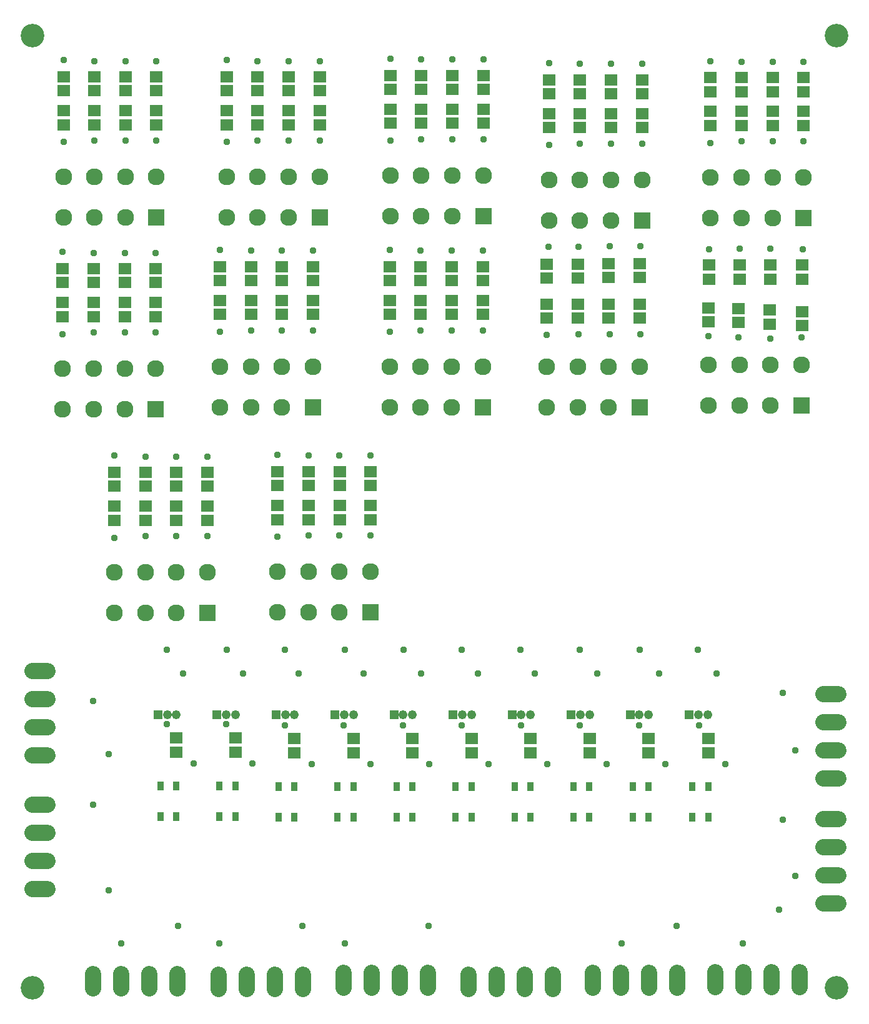
<source format=gbr>
G04 EAGLE Gerber RS-274X export*
G75*
%MOMM*%
%FSLAX34Y34*%
%LPD*%
%INSoldermask Top*%
%IPPOS*%
%AMOC8*
5,1,8,0,0,1.08239X$1,22.5*%
G01*
%ADD10C,3.203200*%
%ADD11R,1.703200X1.503200*%
%ADD12R,2.298700X2.298700*%
%ADD13C,2.298700*%
%ADD14R,1.219200X1.219200*%
%ADD15C,1.219200*%
%ADD16C,2.203200*%
%ADD17R,0.863600X1.244600*%
%ADD18C,0.959600*%


D10*
X30000Y30000D03*
X1120000Y30000D03*
X1120000Y1320000D03*
X30000Y1320000D03*
D11*
X155100Y958500D03*
X155100Y939500D03*
X155100Y985500D03*
X155100Y1004500D03*
D12*
X197000Y814000D03*
D13*
X155000Y814000D03*
X113000Y814000D03*
X71000Y814000D03*
X197000Y869000D03*
X155000Y869000D03*
X113000Y869000D03*
X71000Y869000D03*
D11*
X113000Y985500D03*
X113000Y1004500D03*
X113000Y958500D03*
X113000Y939500D03*
X71000Y985500D03*
X71000Y1004500D03*
X71000Y958500D03*
X71000Y939500D03*
X197000Y985500D03*
X197000Y1004500D03*
X197000Y958500D03*
X197000Y939500D03*
X156100Y1218500D03*
X156100Y1199500D03*
X156100Y1245500D03*
X156100Y1264500D03*
D12*
X198000Y1074000D03*
D13*
X156000Y1074000D03*
X114000Y1074000D03*
X72000Y1074000D03*
X198000Y1129000D03*
X156000Y1129000D03*
X114000Y1129000D03*
X72000Y1129000D03*
D11*
X114000Y1245500D03*
X114000Y1264500D03*
X114000Y1218500D03*
X114000Y1199500D03*
X72000Y1245500D03*
X72000Y1264500D03*
X72000Y1218500D03*
X72000Y1199500D03*
X198000Y1245500D03*
X198000Y1264500D03*
X198000Y1218500D03*
X198000Y1199500D03*
X368100Y961500D03*
X368100Y942500D03*
X368100Y988500D03*
X368100Y1007500D03*
D12*
X410000Y817000D03*
D13*
X368000Y817000D03*
X326000Y817000D03*
X284000Y817000D03*
X410000Y872000D03*
X368000Y872000D03*
X326000Y872000D03*
X284000Y872000D03*
D11*
X326000Y988500D03*
X326000Y1007500D03*
X326000Y961500D03*
X326000Y942500D03*
X284000Y988500D03*
X284000Y1007500D03*
X284000Y961500D03*
X284000Y942500D03*
X410000Y988500D03*
X410000Y1007500D03*
X410000Y961500D03*
X410000Y942500D03*
X377100Y1218500D03*
X377100Y1199500D03*
X377100Y1245500D03*
X377100Y1264500D03*
D12*
X419000Y1074000D03*
D13*
X377000Y1074000D03*
X335000Y1074000D03*
X293000Y1074000D03*
X419000Y1129000D03*
X377000Y1129000D03*
X335000Y1129000D03*
X293000Y1129000D03*
D11*
X335000Y1245500D03*
X335000Y1264500D03*
X335000Y1218500D03*
X335000Y1199500D03*
X293000Y1245500D03*
X293000Y1264500D03*
X293000Y1218500D03*
X293000Y1199500D03*
X419000Y1245500D03*
X419000Y1264500D03*
X419000Y1218500D03*
X419000Y1199500D03*
X598100Y961500D03*
X598100Y942500D03*
X598100Y988500D03*
X598100Y1007500D03*
D12*
X640000Y817000D03*
D13*
X598000Y817000D03*
X556000Y817000D03*
X514000Y817000D03*
X640000Y872000D03*
X598000Y872000D03*
X556000Y872000D03*
X514000Y872000D03*
D11*
X556000Y988500D03*
X556000Y1007500D03*
X556000Y961500D03*
X556000Y942500D03*
X514000Y988500D03*
X514000Y1007500D03*
X514000Y961500D03*
X514000Y942500D03*
X640000Y988500D03*
X640000Y1007500D03*
X640000Y961500D03*
X640000Y942500D03*
X599100Y1220500D03*
X599100Y1201500D03*
X599100Y1247500D03*
X599100Y1266500D03*
D12*
X641000Y1076000D03*
D13*
X599000Y1076000D03*
X557000Y1076000D03*
X515000Y1076000D03*
X641000Y1131000D03*
X599000Y1131000D03*
X557000Y1131000D03*
X515000Y1131000D03*
D11*
X557000Y1247500D03*
X557000Y1266500D03*
X557000Y1220500D03*
X557000Y1201500D03*
X515000Y1247500D03*
X515000Y1266500D03*
X515000Y1220500D03*
X515000Y1201500D03*
X641000Y1247500D03*
X641000Y1266500D03*
X641000Y1220500D03*
X641000Y1201500D03*
X446100Y683500D03*
X446100Y664500D03*
X446100Y710500D03*
X446100Y729500D03*
D12*
X488000Y539000D03*
D13*
X446000Y539000D03*
X404000Y539000D03*
X362000Y539000D03*
X488000Y594000D03*
X446000Y594000D03*
X404000Y594000D03*
X362000Y594000D03*
D11*
X404000Y710500D03*
X404000Y729500D03*
X404000Y683500D03*
X404000Y664500D03*
X362000Y710500D03*
X362000Y729500D03*
X362000Y683500D03*
X362000Y664500D03*
X488000Y710500D03*
X488000Y729500D03*
X488000Y683500D03*
X488000Y664500D03*
X225100Y682500D03*
X225100Y663500D03*
X225100Y709500D03*
X225100Y728500D03*
D12*
X267000Y538000D03*
D13*
X225000Y538000D03*
X183000Y538000D03*
X141000Y538000D03*
X267000Y593000D03*
X225000Y593000D03*
X183000Y593000D03*
X141000Y593000D03*
D11*
X183000Y709500D03*
X183000Y728500D03*
X183000Y682500D03*
X183000Y663500D03*
X141000Y709500D03*
X141000Y728500D03*
X141000Y682500D03*
X141000Y663500D03*
X267000Y709500D03*
X267000Y728500D03*
X267000Y682500D03*
X267000Y663500D03*
X814100Y1214500D03*
X814100Y1195500D03*
X814100Y1241500D03*
X814100Y1260500D03*
D12*
X856000Y1070000D03*
D13*
X814000Y1070000D03*
X772000Y1070000D03*
X730000Y1070000D03*
X856000Y1125000D03*
X814000Y1125000D03*
X772000Y1125000D03*
X730000Y1125000D03*
D11*
X772000Y1241500D03*
X772000Y1260500D03*
X772000Y1214500D03*
X772000Y1195500D03*
X730000Y1241500D03*
X730000Y1260500D03*
X730000Y1214500D03*
X730000Y1195500D03*
X856000Y1241500D03*
X856000Y1260500D03*
X856000Y1214500D03*
X856000Y1195500D03*
X1033100Y1217500D03*
X1033100Y1198500D03*
X1033100Y1244500D03*
X1033100Y1263500D03*
D12*
X1075000Y1073000D03*
D13*
X1033000Y1073000D03*
X991000Y1073000D03*
X949000Y1073000D03*
X1075000Y1128000D03*
X1033000Y1128000D03*
X991000Y1128000D03*
X949000Y1128000D03*
D11*
X991000Y1244500D03*
X991000Y1263500D03*
X991000Y1217500D03*
X991000Y1198500D03*
X949000Y1244500D03*
X949000Y1263500D03*
X949000Y1217500D03*
X949000Y1198500D03*
X1075000Y1244500D03*
X1075000Y1263500D03*
X1075000Y1217500D03*
X1075000Y1198500D03*
X1030000Y990500D03*
X1030000Y1009500D03*
X1029000Y948500D03*
X1029000Y929500D03*
D12*
X1072000Y819000D03*
D13*
X1030000Y819000D03*
X988000Y819000D03*
X946000Y819000D03*
X1072000Y874000D03*
X1030000Y874000D03*
X988000Y874000D03*
X946000Y874000D03*
D11*
X988000Y990500D03*
X988000Y1009500D03*
X987000Y950500D03*
X987000Y931500D03*
X947000Y990500D03*
X947000Y1009500D03*
X946000Y951500D03*
X946000Y932500D03*
X1073000Y990500D03*
X1073000Y1009500D03*
X1073000Y946500D03*
X1073000Y927500D03*
X811000Y992500D03*
X811000Y1011500D03*
X811000Y956500D03*
X811000Y937500D03*
D12*
X853000Y817000D03*
D13*
X811000Y817000D03*
X769000Y817000D03*
X727000Y817000D03*
X853000Y872000D03*
X811000Y872000D03*
X769000Y872000D03*
X727000Y872000D03*
D11*
X769000Y991500D03*
X769000Y1010500D03*
X769000Y956500D03*
X769000Y937500D03*
X727000Y991500D03*
X727000Y1010500D03*
X727000Y956500D03*
X727000Y937500D03*
X853000Y992500D03*
X853000Y1011500D03*
X853000Y956500D03*
X853000Y937500D03*
D14*
X200000Y400000D03*
D15*
X212446Y400000D03*
X224892Y400000D03*
D16*
X50000Y459000D02*
X30000Y459000D01*
X30000Y420900D02*
X50000Y420900D01*
X50000Y382800D02*
X30000Y382800D01*
X30000Y344700D02*
X50000Y344700D01*
X50000Y278000D02*
X30000Y278000D01*
X30000Y239900D02*
X50000Y239900D01*
X50000Y201800D02*
X30000Y201800D01*
X30000Y163700D02*
X50000Y163700D01*
X112000Y49000D02*
X112000Y29000D01*
X150100Y29000D02*
X150100Y49000D01*
X188200Y49000D02*
X188200Y29000D01*
X226300Y29000D02*
X226300Y49000D01*
X282000Y48000D02*
X282000Y28000D01*
X320100Y28000D02*
X320100Y48000D01*
X358200Y48000D02*
X358200Y28000D01*
X396300Y28000D02*
X396300Y48000D01*
X452000Y50000D02*
X452000Y30000D01*
X490100Y30000D02*
X490100Y50000D01*
X528200Y50000D02*
X528200Y30000D01*
X566300Y30000D02*
X566300Y50000D01*
X621000Y48000D02*
X621000Y28000D01*
X659100Y28000D02*
X659100Y48000D01*
X697200Y48000D02*
X697200Y28000D01*
X735300Y28000D02*
X735300Y48000D01*
X789000Y50000D02*
X789000Y30000D01*
X827100Y30000D02*
X827100Y50000D01*
X865200Y50000D02*
X865200Y30000D01*
X903300Y30000D02*
X903300Y50000D01*
X955000Y51000D02*
X955000Y31000D01*
X993100Y31000D02*
X993100Y51000D01*
X1031200Y51000D02*
X1031200Y31000D01*
X1069300Y31000D02*
X1069300Y51000D01*
X1102000Y144000D02*
X1122000Y144000D01*
X1122000Y182100D02*
X1102000Y182100D01*
X1102000Y220200D02*
X1122000Y220200D01*
X1122000Y258300D02*
X1102000Y258300D01*
X1102000Y314000D02*
X1122000Y314000D01*
X1122000Y352100D02*
X1102000Y352100D01*
X1102000Y390200D02*
X1122000Y390200D01*
X1122000Y428300D02*
X1102000Y428300D01*
D14*
X280000Y400000D03*
D15*
X292446Y400000D03*
X304892Y400000D03*
D14*
X360000Y400000D03*
D15*
X372446Y400000D03*
X384892Y400000D03*
D14*
X440000Y400000D03*
D15*
X452446Y400000D03*
X464892Y400000D03*
D14*
X520000Y400000D03*
D15*
X532446Y400000D03*
X544892Y400000D03*
D14*
X600000Y400000D03*
D15*
X612446Y400000D03*
X624892Y400000D03*
D14*
X680000Y400000D03*
D15*
X692446Y400000D03*
X704892Y400000D03*
D14*
X760000Y400000D03*
D15*
X772446Y400000D03*
X784892Y400000D03*
D14*
X840000Y400000D03*
D15*
X852446Y400000D03*
X864892Y400000D03*
D14*
X920000Y400000D03*
D15*
X932446Y400000D03*
X944892Y400000D03*
D17*
X224750Y303750D03*
X203250Y303750D03*
X203250Y262250D03*
X224750Y262250D03*
D11*
X225000Y368500D03*
X225000Y349500D03*
D17*
X304750Y303750D03*
X283250Y303750D03*
X283250Y262250D03*
X304750Y262250D03*
D11*
X305000Y368500D03*
X305000Y349500D03*
D17*
X384750Y302750D03*
X363250Y302750D03*
X363250Y261250D03*
X384750Y261250D03*
D11*
X385000Y367500D03*
X385000Y348500D03*
D17*
X464750Y302750D03*
X443250Y302750D03*
X443250Y261250D03*
X464750Y261250D03*
D11*
X465000Y367500D03*
X465000Y348500D03*
D17*
X544750Y302750D03*
X523250Y302750D03*
X523250Y261250D03*
X544750Y261250D03*
D11*
X545000Y367500D03*
X545000Y348500D03*
D17*
X624750Y302750D03*
X603250Y302750D03*
X603250Y261250D03*
X624750Y261250D03*
D11*
X625000Y367500D03*
X625000Y348500D03*
D17*
X704750Y302750D03*
X683250Y302750D03*
X683250Y261250D03*
X704750Y261250D03*
D11*
X705000Y367500D03*
X705000Y348500D03*
D17*
X784750Y302750D03*
X763250Y302750D03*
X763250Y261250D03*
X784750Y261250D03*
D11*
X785000Y367500D03*
X785000Y348500D03*
D17*
X864750Y302750D03*
X843250Y302750D03*
X843250Y261250D03*
X864750Y261250D03*
D11*
X865000Y367500D03*
X865000Y348500D03*
D17*
X945750Y302750D03*
X924250Y302750D03*
X924250Y261250D03*
X945750Y261250D03*
D11*
X946000Y367500D03*
X946000Y348500D03*
D18*
X155000Y1026000D03*
X113000Y918000D03*
X113000Y1026000D03*
X71000Y916000D03*
X71000Y1027000D03*
X155000Y918000D03*
X197000Y918000D03*
X197000Y1026000D03*
X156000Y1286000D03*
X114000Y1178000D03*
X114000Y1286000D03*
X72000Y1176000D03*
X72000Y1287000D03*
X156000Y1178000D03*
X198000Y1178000D03*
X198000Y1286000D03*
X368000Y1029000D03*
X326000Y921000D03*
X326000Y1029000D03*
X284000Y919000D03*
X284000Y1030000D03*
X368000Y921000D03*
X410000Y921000D03*
X410000Y1029000D03*
X377000Y1286000D03*
X335000Y1178000D03*
X335000Y1286000D03*
X293000Y1176000D03*
X293000Y1287000D03*
X377000Y1178000D03*
X419000Y1178000D03*
X419000Y1286000D03*
X598000Y1029000D03*
X556000Y921000D03*
X556000Y1029000D03*
X514000Y919000D03*
X514000Y1030000D03*
X598000Y921000D03*
X640000Y921000D03*
X640000Y1029000D03*
X599000Y1288000D03*
X557000Y1180000D03*
X557000Y1288000D03*
X515000Y1178000D03*
X515000Y1289000D03*
X599000Y1180000D03*
X641000Y1180000D03*
X641000Y1288000D03*
X446000Y751000D03*
X404000Y643000D03*
X404000Y751000D03*
X362000Y641000D03*
X362000Y752000D03*
X446000Y643000D03*
X488000Y643000D03*
X488000Y751000D03*
X225000Y750000D03*
X183000Y642000D03*
X183000Y750000D03*
X141000Y640000D03*
X141000Y751000D03*
X225000Y642000D03*
X267000Y642000D03*
X267000Y750000D03*
X814000Y1282000D03*
X772000Y1174000D03*
X772000Y1282000D03*
X730000Y1172000D03*
X730000Y1283000D03*
X814000Y1174000D03*
X856000Y1174000D03*
X856000Y1282000D03*
X1033000Y1285000D03*
X991000Y1177000D03*
X991000Y1285000D03*
X949000Y1175000D03*
X949000Y1286000D03*
X1033000Y1177000D03*
X1075000Y1177000D03*
X1075000Y1285000D03*
X1030000Y1032000D03*
X988000Y1032000D03*
X947000Y1031000D03*
X1074000Y1031000D03*
X1030000Y910000D03*
X987000Y911000D03*
X946000Y913000D03*
X1072000Y911000D03*
X854000Y1035000D03*
X854000Y916000D03*
X812000Y1035000D03*
X812000Y916000D03*
X770000Y1034000D03*
X770000Y916000D03*
X729000Y1034000D03*
X727000Y915000D03*
X1047000Y430000D03*
X1047000Y258000D03*
X1042000Y136000D03*
X903000Y114000D03*
X567000Y114000D03*
X396000Y114000D03*
X227000Y114000D03*
X133000Y162000D03*
X133000Y347000D03*
X234000Y456000D03*
X315000Y456000D03*
X391000Y456000D03*
X479000Y456000D03*
X557000Y456000D03*
X634000Y456000D03*
X711000Y456000D03*
X795000Y456000D03*
X879000Y456000D03*
X957000Y456000D03*
X112000Y419000D03*
X1064000Y352000D03*
X1064000Y182000D03*
X993000Y90000D03*
X828000Y90000D03*
X453000Y90000D03*
X283000Y90000D03*
X150000Y90000D03*
X112000Y278000D03*
X212000Y488000D03*
X293000Y488000D03*
X372000Y488000D03*
X453000Y488000D03*
X533000Y488000D03*
X612000Y488000D03*
X691000Y488000D03*
X772000Y488000D03*
X853000Y488000D03*
X932000Y488000D03*
X212000Y387000D03*
X292000Y387000D03*
X372000Y386000D03*
X452000Y386000D03*
X532000Y386000D03*
X612000Y386000D03*
X692000Y386000D03*
X772000Y386000D03*
X852000Y386000D03*
X933000Y386000D03*
X248000Y334000D03*
X328000Y334000D03*
X408000Y333000D03*
X488000Y333000D03*
X568000Y333000D03*
X648000Y333000D03*
X728000Y333000D03*
X808000Y333000D03*
X888000Y333000D03*
X969000Y333000D03*
M02*

</source>
